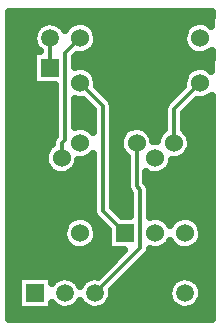
<source format=gbr>
G04 DipTrace 2.4.0.2*
%INBottom.gbr*%
%MOIN*%
%ADD13C,0.013*%
%ADD14C,0.025*%
%ADD15R,0.0591X0.0591*%
%ADD16C,0.0591*%
%ADD17C,0.06*%
%ADD18C,0.06*%
%ADD19R,0.06X0.06*%
%FSLAX44Y44*%
G04*
G70*
G90*
G75*
G01*
%LNBottom*%
%LPD*%
X5440Y6940D2*
D13*
Y7593D1*
X5190Y7843D1*
Y9940D1*
X5815Y9440D2*
Y9935D1*
X5930Y10050D1*
Y12930D1*
X6440Y13440D1*
X8315Y9940D2*
Y8508D1*
X8435Y8388D1*
Y6435D1*
X6940Y4940D1*
X7940Y6940D2*
X7200Y7680D1*
Y11180D1*
X6440Y11940D1*
X5440Y13440D2*
Y12440D1*
X9565Y9940D2*
Y11065D1*
X10440Y11940D1*
X4090Y14066D2*
D14*
X10792D1*
X4090Y13818D2*
X5003D1*
X5877D2*
X5997D1*
X6885D2*
X9995D1*
X4090Y13569D2*
X4870D1*
X7014D2*
X9866D1*
X4090Y13320D2*
X4866D1*
X7018D2*
X9862D1*
X4090Y13072D2*
X4991D1*
X6893D2*
X9987D1*
X4090Y12823D2*
X4854D1*
X6315D2*
X10792D1*
X4090Y12574D2*
X4854D1*
X6283D2*
X10792D1*
X4090Y12325D2*
X4854D1*
X6877D2*
X10003D1*
X4090Y12077D2*
X4854D1*
X7014D2*
X9866D1*
X4090Y11828D2*
X5577D1*
X7045D2*
X9835D1*
X4090Y11579D2*
X5577D1*
X7291D2*
X9589D1*
X4090Y11331D2*
X5577D1*
X6283D2*
X6558D1*
X7518D2*
X9339D1*
X10322D2*
X10792D1*
X4090Y11082D2*
X5577D1*
X6283D2*
X6808D1*
X7557D2*
X9210D1*
X10072D2*
X10792D1*
X4090Y10833D2*
X5577D1*
X6283D2*
X6847D1*
X7557D2*
X9210D1*
X9920D2*
X10792D1*
X4090Y10585D2*
X5577D1*
X6283D2*
X6847D1*
X7557D2*
X9210D1*
X9920D2*
X10792D1*
X4090Y10336D2*
X5577D1*
X7557D2*
X7886D1*
X8744D2*
X9136D1*
X9994D2*
X10792D1*
X4090Y10087D2*
X5499D1*
X7557D2*
X7745D1*
X8885D2*
X8992D1*
X10135D2*
X10792D1*
X4090Y9839D2*
X5390D1*
X7557D2*
X7733D1*
X10147D2*
X10792D1*
X4090Y9590D2*
X5245D1*
X7557D2*
X7847D1*
X10033D2*
X10792D1*
X4090Y9341D2*
X5233D1*
X6397D2*
X6847D1*
X7557D2*
X7960D1*
X9522D2*
X10792D1*
X4090Y9093D2*
X5343D1*
X6287D2*
X6847D1*
X7557D2*
X7960D1*
X9412D2*
X10792D1*
X4090Y8844D2*
X6847D1*
X7557D2*
X7960D1*
X8670D2*
X10792D1*
X4090Y8595D2*
X6847D1*
X7557D2*
X7960D1*
X8717D2*
X10792D1*
X4090Y8346D2*
X6847D1*
X7557D2*
X8003D1*
X8791D2*
X10792D1*
X4090Y8098D2*
X6847D1*
X7557D2*
X8081D1*
X8791D2*
X10792D1*
X4090Y7849D2*
X6847D1*
X7557D2*
X8081D1*
X8791D2*
X10792D1*
X4090Y7600D2*
X6854D1*
X7772D2*
X8081D1*
X8791D2*
X10792D1*
X4090Y7352D2*
X6030D1*
X6850D2*
X7036D1*
X9350D2*
X9529D1*
X10350D2*
X10792D1*
X4090Y7103D2*
X5874D1*
X7006D2*
X7284D1*
X10506D2*
X10792D1*
X4090Y6854D2*
X5858D1*
X7022D2*
X7351D1*
X10522D2*
X10792D1*
X4090Y6606D2*
X5960D1*
X6920D2*
X7351D1*
X10420D2*
X10792D1*
X4090Y6357D2*
X7866D1*
X8779D2*
X10792D1*
X4090Y6108D2*
X7616D1*
X8600D2*
X10792D1*
X4090Y5860D2*
X7366D1*
X8350D2*
X10792D1*
X4090Y5611D2*
X7120D1*
X8104D2*
X10792D1*
X4090Y5362D2*
X4354D1*
X6334D2*
X6546D1*
X7854D2*
X9546D1*
X10334D2*
X10792D1*
X4090Y5114D2*
X4354D1*
X7604D2*
X9382D1*
X10498D2*
X10792D1*
X4090Y4865D2*
X4354D1*
X7522D2*
X9358D1*
X10522D2*
X10792D1*
X4090Y4616D2*
X4354D1*
X7424D2*
X9456D1*
X10424D2*
X10792D1*
X4090Y4367D2*
X10792D1*
X4090Y4119D2*
X10792D1*
X5005Y13000D2*
X5095D1*
X5007Y13084D1*
X4939Y13189D1*
X4896Y13306D1*
X4880Y13430D1*
X4891Y13554D1*
X4930Y13673D1*
X4994Y13780D1*
X5081Y13870D1*
X5185Y13939D1*
X5301Y13983D1*
X5425Y14000D1*
X5549Y13990D1*
X5668Y13952D1*
X5776Y13889D1*
X5867Y13803D1*
X5938Y13696D1*
X5980Y13768D1*
X6063Y13861D1*
X6165Y13933D1*
X6280Y13982D1*
X6403Y14004D1*
X6527Y13998D1*
X6648Y13966D1*
X6758Y13907D1*
X6853Y13826D1*
X6927Y13726D1*
X6978Y13612D1*
X7005Y13440D1*
X6991Y13316D1*
X6951Y13198D1*
X6885Y13092D1*
X6798Y13003D1*
X6693Y12935D1*
X6576Y12892D1*
X6452Y12875D1*
X6348Y12884D1*
X6262Y12795D1*
X6260Y12473D1*
X6403Y12504D1*
X6527Y12498D1*
X6648Y12466D1*
X6758Y12407D1*
X6853Y12326D1*
X6927Y12226D1*
X6978Y12112D1*
X7005Y11940D1*
X6995Y11851D1*
X7433Y11413D1*
X7503Y11311D1*
X7530Y11180D1*
Y7817D1*
X7839Y7507D1*
X8105Y7505D1*
Y8251D1*
X8017Y8367D1*
X7987Y8471D1*
X7985Y9481D1*
X7886Y9573D1*
X7816Y9676D1*
X7770Y9792D1*
X7751Y9915D1*
X7759Y10039D1*
X7794Y10159D1*
X7855Y10268D1*
X7938Y10361D1*
X8040Y10433D1*
X8155Y10482D1*
X8278Y10504D1*
X8402Y10498D1*
X8523Y10466D1*
X8633Y10407D1*
X8728Y10326D1*
X8802Y10226D1*
X8853Y10112D1*
X8875Y10001D1*
X9000Y9999D1*
X9044Y10159D1*
X9105Y10268D1*
X9188Y10361D1*
X9236Y10395D1*
X9235Y11065D1*
X9258Y11187D1*
X9332Y11298D1*
X9881Y11848D1*
X9876Y11915D1*
X9884Y12039D1*
X9919Y12159D1*
X9980Y12268D1*
X10063Y12361D1*
X10165Y12433D1*
X10280Y12482D1*
X10403Y12504D1*
X10527Y12498D1*
X10648Y12466D1*
X10758Y12407D1*
X10814Y12359D1*
X10815Y13014D1*
X10693Y12935D1*
X10576Y12892D1*
X10452Y12875D1*
X10328Y12886D1*
X10209Y12924D1*
X10102Y12987D1*
X10011Y13073D1*
X9941Y13176D1*
X9895Y13292D1*
X9876Y13415D1*
X9884Y13539D1*
X9919Y13659D1*
X9980Y13768D1*
X10063Y13861D1*
X10165Y13933D1*
X10280Y13982D1*
X10403Y14004D1*
X10527Y13998D1*
X10648Y13966D1*
X10758Y13907D1*
X10814Y13859D1*
X10815Y14315D1*
X4065D1*
Y4065D1*
X10815D1*
Y11514D1*
X10693Y11435D1*
X10576Y11392D1*
X10452Y11375D1*
X10348Y11384D1*
X9897Y10930D1*
X9895Y10397D1*
X9978Y10326D1*
X10052Y10226D1*
X10103Y10112D1*
X10130Y9940D1*
X10116Y9816D1*
X10076Y9698D1*
X10010Y9592D1*
X9923Y9503D1*
X9818Y9435D1*
X9701Y9392D1*
X9577Y9375D1*
X9504Y9382D1*
X9491Y9316D1*
X9451Y9198D1*
X9385Y9092D1*
X9298Y9003D1*
X9193Y8935D1*
X9076Y8892D1*
X8952Y8875D1*
X8828Y8886D1*
X8709Y8924D1*
X8646Y8962D1*
X8645Y8647D1*
X8733Y8529D1*
X8763Y8425D1*
X8765Y7478D1*
X8903Y7504D1*
X9027Y7498D1*
X9148Y7466D1*
X9258Y7407D1*
X9353Y7326D1*
X9438Y7201D1*
X9480Y7268D1*
X9563Y7361D1*
X9665Y7433D1*
X9780Y7482D1*
X9903Y7504D1*
X10027Y7498D1*
X10148Y7466D1*
X10258Y7407D1*
X10353Y7326D1*
X10427Y7226D1*
X10478Y7112D1*
X10505Y6940D1*
X10491Y6816D1*
X10451Y6698D1*
X10385Y6592D1*
X10298Y6503D1*
X10193Y6435D1*
X10076Y6392D1*
X9952Y6375D1*
X9828Y6386D1*
X9709Y6424D1*
X9602Y6487D1*
X9511Y6573D1*
X9439Y6679D1*
X9385Y6592D1*
X9298Y6503D1*
X9193Y6435D1*
X9076Y6392D1*
X8952Y6375D1*
X8828Y6386D1*
X8765Y6406D1*
X8751Y6339D1*
X8693Y6229D1*
X7494Y5028D1*
X7500Y4940D1*
X7486Y4816D1*
X7445Y4698D1*
X7379Y4592D1*
X7292Y4504D1*
X7186Y4437D1*
X7069Y4395D1*
X6945Y4380D1*
X6821Y4393D1*
X6703Y4432D1*
X6596Y4497D1*
X6507Y4584D1*
X6441Y4686D1*
X6379Y4592D1*
X6292Y4504D1*
X6186Y4437D1*
X6069Y4395D1*
X5945Y4380D1*
X5821Y4393D1*
X5703Y4432D1*
X5596Y4497D1*
X5501Y4594D1*
X5500Y4380D1*
X4380D1*
Y5500D1*
X5500D1*
Y5285D1*
X5581Y5370D1*
X5685Y5439D1*
X5801Y5483D1*
X5925Y5500D1*
X6049Y5490D1*
X6168Y5452D1*
X6276Y5389D1*
X6367Y5303D1*
X6441Y5189D1*
X6494Y5280D1*
X6581Y5370D1*
X6685Y5439D1*
X6801Y5483D1*
X6925Y5500D1*
X7022Y5492D1*
X7908Y6375D1*
X7375D1*
Y7035D1*
X6967Y7447D1*
X6897Y7549D1*
X6870Y7680D1*
Y9575D1*
X6798Y9503D1*
X6693Y9435D1*
X6576Y9392D1*
X6452Y9375D1*
X6379Y9382D1*
X6366Y9316D1*
X6326Y9198D1*
X6260Y9092D1*
X6173Y9003D1*
X6068Y8935D1*
X5951Y8892D1*
X5827Y8875D1*
X5703Y8886D1*
X5584Y8924D1*
X5477Y8987D1*
X5386Y9073D1*
X5316Y9176D1*
X5270Y9292D1*
X5251Y9415D1*
X5259Y9539D1*
X5294Y9659D1*
X5355Y9768D1*
X5438Y9861D1*
X5486Y9895D1*
X5485Y9935D1*
X5508Y10057D1*
X5598Y10185D1*
X5600Y11882D1*
X4880Y11880D1*
Y13000D1*
X5005D1*
X10486Y4816D2*
X10445Y4698D1*
X10379Y4592D1*
X10292Y4504D1*
X10186Y4437D1*
X10069Y4395D1*
X9945Y4380D1*
X9821Y4393D1*
X9703Y4432D1*
X9596Y4497D1*
X9507Y4584D1*
X9439Y4689D1*
X9396Y4806D1*
X9380Y4930D1*
X9391Y5054D1*
X9430Y5173D1*
X9494Y5280D1*
X9581Y5370D1*
X9685Y5439D1*
X9801Y5483D1*
X9925Y5500D1*
X10049Y5490D1*
X10168Y5452D1*
X10276Y5389D1*
X10367Y5303D1*
X10436Y5200D1*
X10482Y5084D1*
X10500Y4940D1*
X10486Y4816D1*
X6262Y10474D2*
X6403Y10504D1*
X6527Y10498D1*
X6648Y10466D1*
X6758Y10407D1*
X6869Y10304D1*
X6870Y11043D1*
X6533Y11380D1*
X6452Y11375D1*
X6328Y11386D1*
X6258Y11409D1*
X6260Y10473D1*
X6991Y6816D2*
X6951Y6698D1*
X6885Y6592D1*
X6798Y6503D1*
X6693Y6435D1*
X6576Y6392D1*
X6452Y6375D1*
X6328Y6386D1*
X6209Y6424D1*
X6102Y6487D1*
X6011Y6573D1*
X5941Y6676D1*
X5895Y6792D1*
X5876Y6915D1*
X5884Y7039D1*
X5919Y7159D1*
X5980Y7268D1*
X6063Y7361D1*
X6165Y7433D1*
X6280Y7482D1*
X6403Y7504D1*
X6527Y7498D1*
X6648Y7466D1*
X6758Y7407D1*
X6853Y7326D1*
X6927Y7226D1*
X6978Y7112D1*
X7005Y6940D1*
X6991Y6816D1*
D15*
X5440Y12440D3*
D16*
Y13440D3*
D15*
X4940Y4940D3*
D16*
X5940D3*
X6940D3*
X7940D3*
X8940D3*
X9940D3*
D17*
X6440Y9940D3*
X5815Y9440D3*
X5190Y9940D3*
X9565D3*
X8940Y9440D3*
X8315Y9940D3*
D18*
X6440Y11940D3*
D17*
X10440D3*
D18*
X6440Y13440D3*
D17*
X10440D3*
D19*
X7940Y6940D3*
D17*
X8940D3*
X9940D3*
D19*
X5440D3*
D17*
X6440D3*
M02*

</source>
